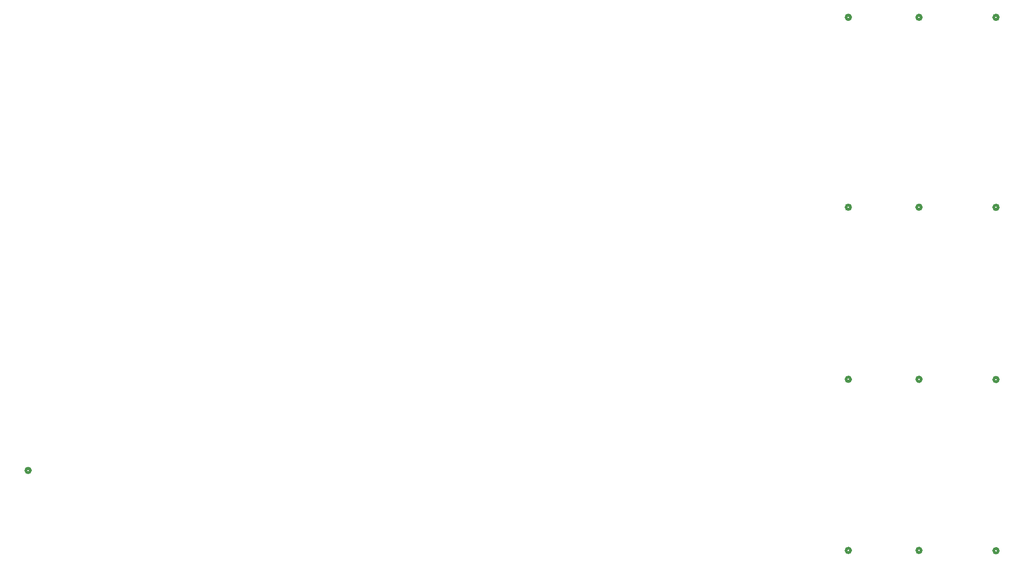
<source format=gbr>
%TF.GenerationSoftware,KiCad,Pcbnew,9.0.4*%
%TF.CreationDate,2026-01-14T14:58:21-05:00*%
%TF.ProjectId,Datta Lab Humidity Chamber PCB,44617474-6120-44c6-9162-2048756d6964,1.0*%
%TF.SameCoordinates,Original*%
%TF.FileFunction,Legend,Bot*%
%TF.FilePolarity,Positive*%
%FSLAX46Y46*%
G04 Gerber Fmt 4.6, Leading zero omitted, Abs format (unit mm)*
G04 Created by KiCad (PCBNEW 9.0.4) date 2026-01-14 14:58:21*
%MOMM*%
%LPD*%
G01*
G04 APERTURE LIST*
%ADD10C,0.508000*%
G04 APERTURE END LIST*
D10*
%TO.C,J16*%
X213495999Y-116588765D02*
G75*
G02*
X212733999Y-116588765I-381000J0D01*
G01*
X212733999Y-116588765D02*
G75*
G02*
X213495999Y-116588765I381000J0D01*
G01*
%TO.C,J24*%
X213495999Y-54875434D02*
G75*
G02*
X212733999Y-54875434I-381000J0D01*
G01*
X212733999Y-54875434D02*
G75*
G02*
X213495999Y-54875434I381000J0D01*
G01*
%TO.C,J23*%
X213495999Y-87250434D02*
G75*
G02*
X212733999Y-87250434I-381000J0D01*
G01*
X212733999Y-87250434D02*
G75*
G02*
X213495999Y-87250434I381000J0D01*
G01*
%TO.C,J15*%
X213495999Y-145762099D02*
G75*
G02*
X212733999Y-145762099I-381000J0D01*
G01*
X212733999Y-145762099D02*
G75*
G02*
X213495999Y-145762099I381000J0D01*
G01*
%TO.C,J21*%
X200381052Y-87232101D02*
G75*
G02*
X199619052Y-87232101I-381000J0D01*
G01*
X199619052Y-87232101D02*
G75*
G02*
X200381052Y-87232101I381000J0D01*
G01*
%TO.C,J18*%
X188341000Y-54875434D02*
G75*
G02*
X187579000Y-54875434I-381000J0D01*
G01*
X187579000Y-54875434D02*
G75*
G02*
X188341000Y-54875434I381000J0D01*
G01*
%TO.C,J8*%
X48641000Y-132080000D02*
G75*
G02*
X47879000Y-132080000I-381000J0D01*
G01*
X47879000Y-132080000D02*
G75*
G02*
X48641000Y-132080000I381000J0D01*
G01*
%TO.C,J17*%
X188341000Y-87232101D02*
G75*
G02*
X187579000Y-87232101I-381000J0D01*
G01*
X187579000Y-87232101D02*
G75*
G02*
X188341000Y-87232101I381000J0D01*
G01*
%TO.C,J14*%
X200381052Y-116552099D02*
G75*
G02*
X199619052Y-116552099I-381000J0D01*
G01*
X199619052Y-116552099D02*
G75*
G02*
X200381052Y-116552099I381000J0D01*
G01*
%TO.C,J10*%
X188341000Y-116552099D02*
G75*
G02*
X187579000Y-116552099I-381000J0D01*
G01*
X187579000Y-116552099D02*
G75*
G02*
X188341000Y-116552099I381000J0D01*
G01*
%TO.C,J22*%
X200381052Y-54875434D02*
G75*
G02*
X199619052Y-54875434I-381000J0D01*
G01*
X199619052Y-54875434D02*
G75*
G02*
X200381052Y-54875434I381000J0D01*
G01*
%TO.C,J9*%
X188341000Y-145707100D02*
G75*
G02*
X187579000Y-145707100I-381000J0D01*
G01*
X187579000Y-145707100D02*
G75*
G02*
X188341000Y-145707100I381000J0D01*
G01*
%TO.C,J13*%
X200381052Y-145707100D02*
G75*
G02*
X199619052Y-145707100I-381000J0D01*
G01*
X199619052Y-145707100D02*
G75*
G02*
X200381052Y-145707100I381000J0D01*
G01*
%TD*%
M02*

</source>
